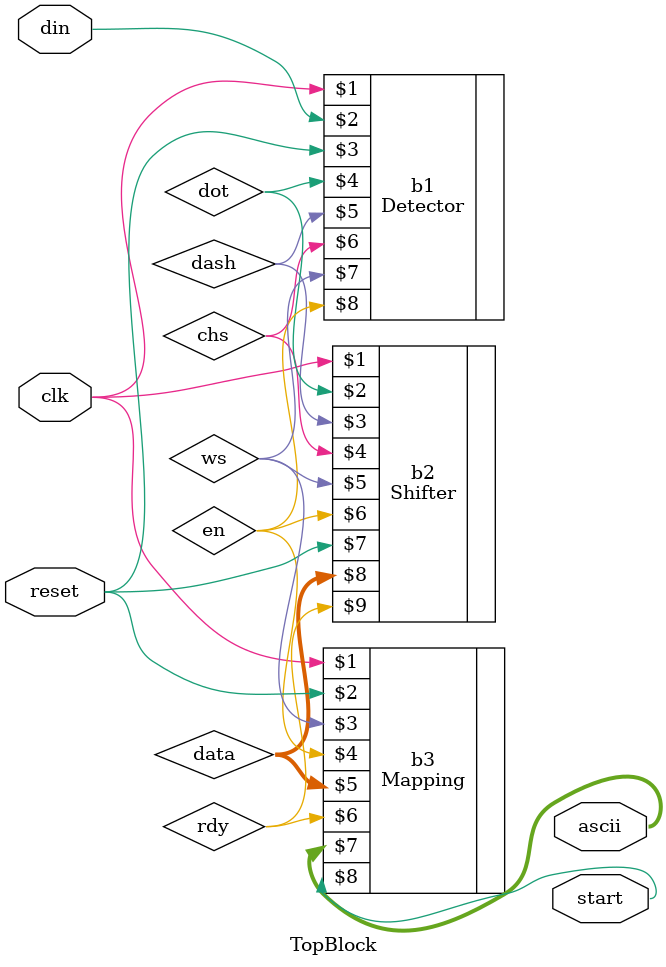
<source format=v>
`timescale 1ns / 1ps


module TopBlock(clk,din,reset,ascii,start);
input clk, din, reset;
output [7:0] ascii;
output start;
wire dot,dash,chs,ws,en;
wire [7:0] data;
wire rdy,fin;

Detector b1(clk,din,reset,dot,dash,chs,ws,en);
Shifter b2(clk,dot,dash,chs,ws,en,reset,data,rdy);
Mapping b3(clk,reset,ws,en,data,rdy,ascii,start);

endmodule
</source>
